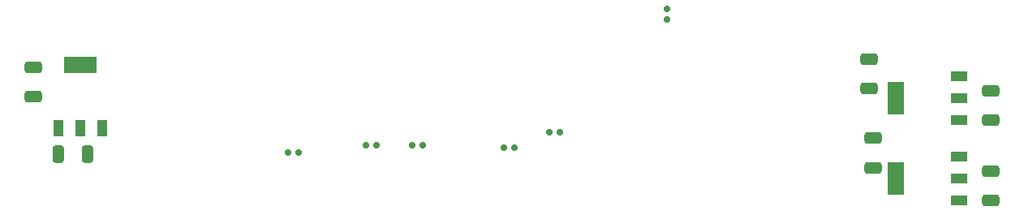
<source format=gbp>
G04*
G04 #@! TF.GenerationSoftware,Altium Limited,Altium Designer,18.0.12 (696)*
G04*
G04 Layer_Color=128*
%FSLAX43Y43*%
%MOMM*%
G71*
G01*
G75*
G04:AMPARAMS|DCode=12|XSize=0.6mm|YSize=0.65mm|CornerRadius=0.15mm|HoleSize=0mm|Usage=FLASHONLY|Rotation=90.000|XOffset=0mm|YOffset=0mm|HoleType=Round|Shape=RoundedRectangle|*
%AMROUNDEDRECTD12*
21,1,0.600,0.350,0,0,90.0*
21,1,0.300,0.650,0,0,90.0*
1,1,0.300,0.175,0.150*
1,1,0.300,0.175,-0.150*
1,1,0.300,-0.175,-0.150*
1,1,0.300,-0.175,0.150*
%
%ADD12ROUNDEDRECTD12*%
G04:AMPARAMS|DCode=15|XSize=1.2mm|YSize=1.8mm|CornerRadius=0.3mm|HoleSize=0mm|Usage=FLASHONLY|Rotation=270.000|XOffset=0mm|YOffset=0mm|HoleType=Round|Shape=RoundedRectangle|*
%AMROUNDEDRECTD15*
21,1,1.200,1.200,0,0,270.0*
21,1,0.600,1.800,0,0,270.0*
1,1,0.600,-0.600,-0.300*
1,1,0.600,-0.600,0.300*
1,1,0.600,0.600,0.300*
1,1,0.600,0.600,-0.300*
%
%ADD15ROUNDEDRECTD15*%
G04:AMPARAMS|DCode=21|XSize=0.6mm|YSize=0.65mm|CornerRadius=0.15mm|HoleSize=0mm|Usage=FLASHONLY|Rotation=0.000|XOffset=0mm|YOffset=0mm|HoleType=Round|Shape=RoundedRectangle|*
%AMROUNDEDRECTD21*
21,1,0.600,0.350,0,0,0.0*
21,1,0.300,0.650,0,0,0.0*
1,1,0.300,0.150,-0.175*
1,1,0.300,-0.150,-0.175*
1,1,0.300,-0.150,0.175*
1,1,0.300,0.150,0.175*
%
%ADD21ROUNDEDRECTD21*%
%ADD24R,1.750X1.050*%
%ADD25R,1.750X1.050*%
%ADD26R,1.750X3.400*%
G04:AMPARAMS|DCode=27|XSize=1.2mm|YSize=1.8mm|CornerRadius=0.3mm|HoleSize=0mm|Usage=FLASHONLY|Rotation=180.000|XOffset=0mm|YOffset=0mm|HoleType=Round|Shape=RoundedRectangle|*
%AMROUNDEDRECTD27*
21,1,1.200,1.200,0,0,180.0*
21,1,0.600,1.800,0,0,180.0*
1,1,0.600,-0.300,0.600*
1,1,0.600,0.300,0.600*
1,1,0.600,0.300,-0.600*
1,1,0.600,-0.300,-0.600*
%
%ADD27ROUNDEDRECTD27*%
%ADD28R,1.050X1.750*%
%ADD29R,1.050X1.750*%
%ADD30R,3.400X1.750*%
D12*
X85013Y22056D02*
D03*
Y23156D02*
D03*
D15*
X118795Y3098D02*
D03*
Y6198D02*
D03*
X106476Y6527D02*
D03*
Y9627D02*
D03*
X18905Y17044D02*
D03*
Y13944D02*
D03*
X106095Y14782D02*
D03*
Y17882D02*
D03*
X118795Y11480D02*
D03*
Y14580D02*
D03*
D21*
X72763Y10211D02*
D03*
X73863D02*
D03*
X45474Y8128D02*
D03*
X46574D02*
D03*
X53602Y8890D02*
D03*
X54702D02*
D03*
X58428D02*
D03*
X59528D02*
D03*
X67953Y8636D02*
D03*
X69053D02*
D03*
D24*
X115470Y7736D02*
D03*
X115480Y16092D02*
D03*
D25*
X115470Y5436D02*
D03*
Y3136D02*
D03*
X115480Y13792D02*
D03*
Y11492D02*
D03*
D26*
X108870Y5436D02*
D03*
X108880Y13792D02*
D03*
D27*
X21487Y8001D02*
D03*
X24587D02*
D03*
D28*
X26099Y10670D02*
D03*
D29*
X23799Y10670D02*
D03*
X21499D02*
D03*
D30*
X23799Y17270D02*
D03*
M02*

</source>
